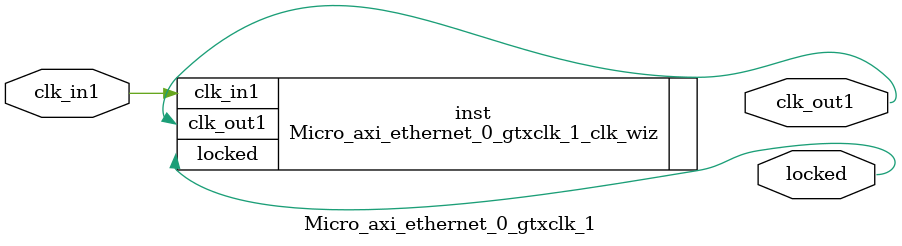
<source format=v>


`timescale 1ps/1ps

(* CORE_GENERATION_INFO = "Micro_axi_ethernet_0_gtxclk_1,clk_wiz_v6_0_5_0_0,{component_name=Micro_axi_ethernet_0_gtxclk_1,use_phase_alignment=true,use_min_o_jitter=false,use_max_i_jitter=false,use_dyn_phase_shift=false,use_inclk_switchover=false,use_dyn_reconfig=false,enable_axi=0,feedback_source=FDBK_AUTO,PRIMITIVE=MMCM,num_out_clk=1,clkin1_period=5.000,clkin2_period=10.0,use_power_down=false,use_reset=false,use_locked=true,use_inclk_stopped=false,feedback_type=SINGLE,CLOCK_MGR_TYPE=NA,manual_override=false}" *)

module Micro_axi_ethernet_0_gtxclk_1 
 (
  // Clock out ports
  output        clk_out1,
  // Status and control signals
  output        locked,
 // Clock in ports
  input         clk_in1
 );

  Micro_axi_ethernet_0_gtxclk_1_clk_wiz inst
  (
  // Clock out ports  
  .clk_out1(clk_out1),
  // Status and control signals               
  .locked(locked),
 // Clock in ports
  .clk_in1(clk_in1)
  );

endmodule

</source>
